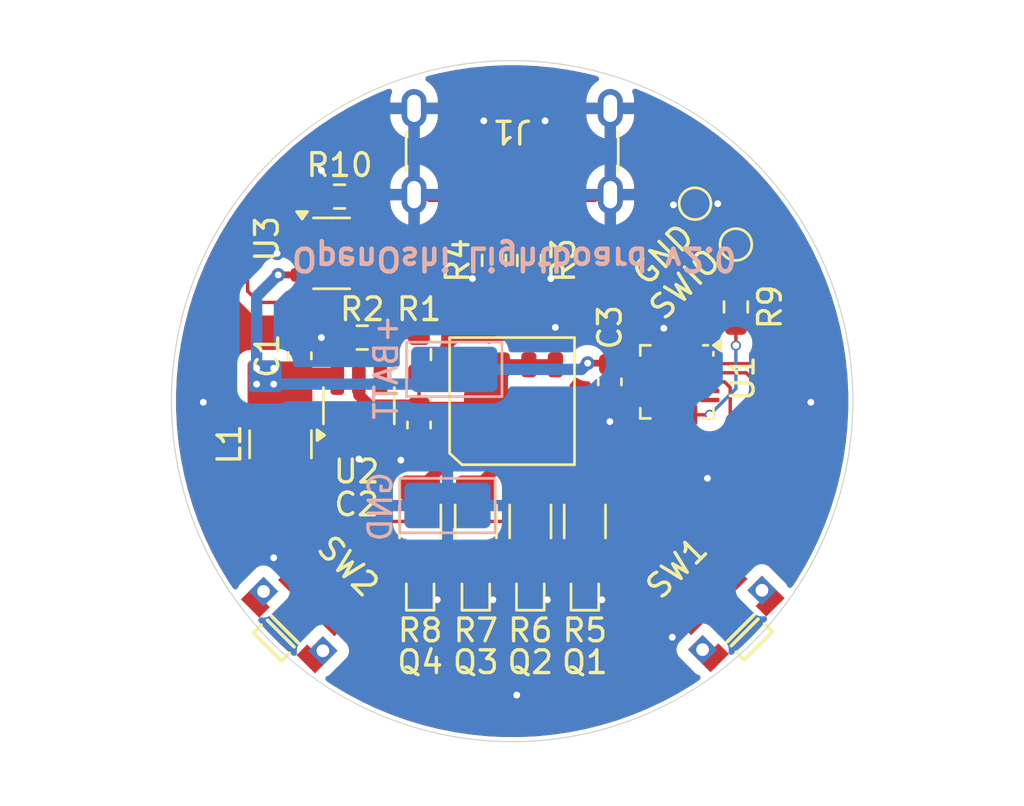
<source format=kicad_pcb>
(kicad_pcb (version 20241229) (generator "pcbnew") (generator_version "9.0")
  (layers (0 "F.Cu" signal) (2 "B.Cu" signal) (13 "F.Paste" user) (15 "B.Paste" user) (5 "F.SilkS" user "F.Silkscreen") (7 "B.SilkS" user "B.Silkscreen") (1 "F.Mask" user) (3 "B.Mask" user) (25 "Edge.Cuts" user))
  (net 0 "")
  (net 1 "/MCU_nRST")
  (net 9 "GND")
  (net 10 "+5V")
  (net 11 "Net-(U2-SW)")
  (net 12 "Net-(U2-V_{FB})")
  (net 13 "/VREG_EN")
  (net 14 "Net-(J1-CC1)")
  (net 15 "Net-(J1-CC2)")
  (net 16 "VBUS")
  (net 17 "/G_RED")
  (net 18 "+BATT")
  (net 19 "/G_GREEN")
  (net 20 "/G_BLUE")
  (net 21 "/G_WHITE")
  (net 22 "/K_RED")
  (net 23 "/K_GREEN")
  (net 24 "/K_BLUE")
  (net 25 "/K_WHITE")
  (net 26 "Net-(Q1-D)")
  (net 27 "Net-(Q2-D)")
  (net 28 "Net-(Q3-D)")
  (net 29 "Net-(Q4-D)")
  (net 30 "Net-(U1-PD1)")
  (net 31 "Net-(U3-PROG)")
  (net 32 "/SW1_DET")
  (net 33 "/SW2_DET")
  (net 34 "/CHG_STAT")
  (net 35 "/SWIO")
  (footprint "Package_TO_SOT_SMD:SOT-23-6" (layer "F.Cu") (at 143.25 100.2 90)
    (property "Reference" "U2" (at -2.9 -0.1 180) (layer "F.SilkS"))
    (property "Value" "TLV61070A")
    (fp_line (start 0 -1.56) (end 0.8 -1.56) (stroke (width 0.12)) (layer "F.SilkS"))
    (fp_line (start 0 -1.56) (end -0.8 -1.56) (stroke (width 0.12)) (layer "F.SilkS"))
    (fp_line (start 0 1.56) (end 0.8 1.56) (stroke (width 0.12)) (layer "F.SilkS"))
    (fp_line (start 0 1.56) (end -0.8 1.56) (stroke (width 0.12)) (layer "F.SilkS"))
    (fp_poly (pts (xy -1.3 -1.51) (xy -1.54 -1.84) (xy -1.06 -1.84)) (stroke (width 0.12)) (fill yes) (layer "F.SilkS"))
    (pad "1" smd roundrect (at -1.1375 -0.95 90) (size 1.325 0.6) (layers "F.Cu" "F.Mask" "F.Paste") (net 11 "Net-(U2-SW)"))
    (pad "2" smd roundrect (at -1.1375 0 90) (size 1.325 0.6) (layers "F.Cu" "F.Mask" "F.Paste") (net 9 "GND"))
    (pad "3" smd roundrect (at -1.1375 0.95 90) (size 1.325 0.6) (layers "F.Cu" "F.Mask" "F.Paste") (net 13 "/VREG_EN"))
    (pad "4" smd roundrect (at 1.1375 0.95 90) (size 1.325 0.6) (layers "F.Cu" "F.Mask" "F.Paste") (net 12 "Net-(U2-V_{FB})"))
    (pad "5" smd roundrect (at 1.1375 0 90) (size 1.325 0.6) (layers "F.Cu" "F.Mask" "F.Paste") (net 10 "+5V"))
    (pad "6" smd roundrect (at 1.1375 -0.95 90) (size 1.325 0.6) (layers "F.Cu" "F.Mask" "F.Paste") (net 18 "+BATT"))
  )
  (footprint "Package_TO_SOT_SMD:SOT-23-5" (layer "F.Cu") (at 142.05 93.4875)
    (property "Reference" "U3" (at -2.85 -0.6375 90) (layer "F.SilkS"))
    (property "Value" "MCP73831-2-OT")
    (fp_line (start 0 -1.56) (end -0.8 -1.56) (stroke (width 0.12)) (layer "F.SilkS"))
    (fp_line (start 0 -1.56) (end 0.8 -1.56) (stroke (width 0.12)) (layer "F.SilkS"))
    (fp_line (start 0 1.56) (end -0.8 1.56) (stroke (width 0.12)) (layer "F.SilkS"))
    (fp_line (start 0 1.56) (end 0.8 1.56) (stroke (width 0.12)) (layer "F.SilkS"))
    (fp_poly (pts (xy -1.3 -1.51) (xy -1.54 -1.84) (xy -1.06 -1.84)) (stroke (width 0.12)) (fill yes) (layer "F.SilkS"))
    (pad "1" smd roundrect (at -1.1375 -0.95) (size 1.325 0.6) (layers "F.Cu" "F.Mask" "F.Paste") (net 34 "/CHG_STAT"))
    (pad "2" smd roundrect (at -1.1375 0) (size 1.325 0.6) (layers "F.Cu" "F.Mask" "F.Paste") (net 9 "GND"))
    (pad "3" smd roundrect (at -1.1375 0.95) (size 1.325 0.6) (layers "F.Cu" "F.Mask" "F.Paste") (net 18 "+BATT"))
    (pad "4" smd roundrect (at 1.1375 0.95) (size 1.325 0.6) (layers "F.Cu" "F.Mask" "F.Paste") (net 16 "VBUS"))
    (pad "5" smd roundrect (at 1.1375 -0.95) (size 1.325 0.6) (layers "F.Cu" "F.Mask" "F.Paste") (net 31 "Net-(U3-PROG)"))
  )
  (footprint "TestPoint:TestPoint_Pad_D1.0mm" (layer "F.Cu") (at 158.05 91.3 135)
    (property "Reference" "TP2" (hide yes))
    (property "Value" "GND" (at -0.601041 -2.58094 225) (layer "F.SilkS"))
    (fp_circle (center 0 0) (end 0 0.7) (stroke (width 0.12)) (fill no) (layer "F.SilkS"))
    (pad "1" smd circle (at 0 0 135) (size 1 1) (layers "F.Cu" "F.Mask") (net 9 "GND"))
  )
  (footprint "Capacitor_SMD:C_0603_1608Metric" (layer "F.Cu") (at 154.3 99.15 90)
    (property "Reference" "C3" (at 2.4 0 90) (layer "F.SilkS"))
    (property "Value" "0.1u")
    (fp_line (start -0.14058 -0.51) (end 0.14058 -0.51) (stroke (width 0.12)) (layer "F.SilkS"))
    (fp_line (start -0.14058 0.51) (end 0.14058 0.51) (stroke (width 0.12)) (layer "F.SilkS"))
    (pad "1" smd roundrect (at -0.775 0 90) (size 0.9 0.95) (layers "F.Cu" "F.Mask" "F.Paste") (net 9 "GND"))
    (pad "2" smd roundrect (at 0.775 0 90) (size 0.9 0.95) (layers "F.Cu" "F.Mask" "F.Paste") (net 18 "+BATT"))
  )
  (footprint "Resistor_SMD:R_1206_3216Metric" (layer "F.Cu") (at 153.2 105.3 -90)
    (property "Reference" "R5" (at 4.8 0 180) (layer "F.SilkS"))
    (property "Value" "12.7")
    (fp_line (start -0.727064 0.91) (end 0.727064 0.91) (stroke (width 0.12)) (layer "F.SilkS"))
    (fp_line (start -0.727064 -0.91) (end 0.727064 -0.91) (stroke (width 0.12)) (layer "F.SilkS"))
    (pad "1" smd roundrect (at -1.4625 0 270) (size 1.125 1.75) (layers "F.Cu" "F.Mask" "F.Paste") (roundrect_rratio 0.222222) (net 24 "/K_BLUE"))
    (pad "2" smd roundrect (at 1.4625 0 270) (size 1.125 1.75) (layers "F.Cu" "F.Mask" "F.Paste") (roundrect_rratio 0.222222) (net 26 "Net-(Q1-D)"))
  )
  (footprint "openoshi-lightboard:SW_EVP-AKE31A_PAN" (layer "F.Cu") (at 140.629092 109.420909 135)
    (property "Reference" "SW2" (at 0 3.040559 315) (layer "F.SilkS"))
    (property "Value" "AKE31A")
    (fp_poly (pts (xy 2.30505 -1.333499) (xy 1.16205 -1.333499) (xy 1.16205 -0.6731) (xy 2.30505 -0.6731)) (fill yes) (layer "F.Cu"))
    (fp_poly (pts (xy -1.16205 -1.333499) (xy -2.30505 -1.333499) (xy -2.30505 -0.6731) (xy -1.16205 -0.6731)) (fill yes) (layer "F.Cu"))
    (fp_line (start 0.8763 -1.9939) (end -0.8763 -1.9939) (stroke (width 0.1524)) (layer "F.SilkS"))
    (fp_line (start 0.8763 -1.503978) (end 0.8763 -1.9939) (stroke (width 0.1524)) (layer "F.SilkS"))
    (fp_line (start 0.82931 -1.1557) (end -0.82931 -1.1557) (stroke (width 0.1524)) (layer "F.SilkS"))
    (fp_line (start -0.8763 -1.9939) (end -0.8763 -1.503978) (stroke (width 0.1524)) (layer "F.SilkS"))
    (fp_line (start -0.82931 -0.9017) (end 0.82931 -0.9017) (stroke (width 0.1524)) (layer "F.SilkS"))
    (pad "1" smd rect (at -1.400175 0.97155 135) (size 0.7112 1.0922) (layers "F.Cu" "F.Mask" "F.Paste") (net 33 "/SW2_DET"))
    (pad "2" smd rect (at 1.400175 0.97155 135) (size 0.7112 1.0922) (layers "F.Cu" "F.Mask" "F.Paste") (net 9 "GND"))
    (pad "3" thru_hole rect (at -1.84785 -0.381 135) (size 0.9144 0.9144) (drill 0.5588) (layers "*.Cu" "*.Mask"))
    (pad "4" thru_hole rect (at 1.84785 -0.381 135) (size 0.9144 0.9144) (drill 0.5588) (layers "*.Cu" "*.Mask"))
    (pad "5" smd rect (at 0 1.12395 135) (size 1.397 1.0922) (layers "F.Cu" "F.Mask" "F.Paste"))
  )
  (footprint "Capacitor_SMD:C_0603_1608Metric" (layer "F.Cu") (at 140.65 98 90)
    (property "Reference" "C1" (at 0 -1.43 90) (layer "F.SilkS"))
    (property "Value" "10u")
    (fp_line (start -0.14058 -0.51) (end 0.14058 -0.51) (stroke (width 0.12)) (layer "F.SilkS"))
    (fp_line (start -0.14058 0.51) (end 0.14058 0.51) (stroke (width 0.12)) (layer "F.SilkS"))
    (pad "1" smd roundrect (at -0.775 0 90) (size 0.9 0.95) (layers "F.Cu" "F.Mask" "F.Paste") (net 18 "+BATT"))
    (pad "2" smd roundrect (at 0.775 0 90) (size 0.9 0.95) (layers "F.Cu" "F.Mask" "F.Paste") (net 9 "GND"))
  )
  (footprint "Resistor_SMD:R_0603_1608Metric" (layer "F.Cu") (at 142.4 90.9875 180)
    (property "Reference" "R10" (at 0 1.3875 0) (layer "F.SilkS"))
    (property "Value" "2K")
    (fp_line (start -0.237258 0.5225) (end 0.237258 0.5225) (stroke (width 0.12)) (layer "F.SilkS"))
    (fp_line (start -0.237258 -0.5225) (end 0.237258 -0.5225) (stroke (width 0.12)) (layer "F.SilkS"))
    (pad "1" smd roundrect (at -0.825 0 180) (size 0.8 0.95) (layers "F.Cu" "F.Mask" "F.Paste") (net 31 "Net-(U3-PROG)"))
    (pad "2" smd roundrect (at 0.825 0 180) (size 0.8 0.95) (layers "F.Cu" "F.Mask" "F.Paste") (net 9 "GND"))
  )
  (footprint "TestPoint:TestPoint_Pad_D1.0mm" (layer "F.Cu") (at 159.85 93.1 135)
    (property "Reference" "TP1" (hide yes))
    (property "Value" "SWIO" (at 0.353553 -2.828427 225) (layer "F.SilkS"))
    (fp_circle (center 0 0) (end 0 0.7) (stroke (width 0.12)) (fill no) (layer "F.SilkS"))
    (pad "1" smd circle (at 0 0 135) (size 1 1) (layers "F.Cu" "F.Mask") (net 35 "/SWIO"))
  )
  (footprint "Connector_USB:USB_C_Receptacle_GCT_USB4125-xx-x_6P_TopMnt_Horizontal" (layer "F.Cu") (at 150 87.9 180)
    (property "Reference" "J1" (at 0 -0.225 180) (layer "F.SilkS"))
    (property "Value" "USB_C_Receptacle_PowerOnly_6P")
    (fp_line (start 4.67 -0.25) (end 4.67 -1.95) (stroke (width 0.12)) (layer "F.SilkS"))
    (fp_line (start -4.67 -0.25) (end -4.67 -1.95) (stroke (width 0.12)) (layer "F.SilkS"))
    (pad "A5" smd roundrect (at -0.5 -3.08 180) (size 0.7 1.2) (layers "F.Cu" "F.Mask" "F.Paste") (net 14 "Net-(J1-CC1)"))
    (pad "A9" smd roundrect (at 1.52 -3.08) (size 0.76 1.2) (layers "F.Cu" "F.Mask" "F.Paste") (net 16 "VBUS"))
    (pad "A12" smd roundrect (at 2.75 -3.08) (size 0.8 1.2) (layers "F.Cu" "F.Mask" "F.Paste") (net 9 "GND"))
    (pad "B5" smd roundrect (at 0.5 -3.08) (size 0.7 1.2) (layers "F.Cu" "F.Mask" "F.Paste") (net 15 "Net-(J1-CC2)"))
    (pad "B9" smd roundrect (at -1.52 -3.08 180) (size 0.76 1.2) (layers "F.Cu" "F.Mask" "F.Paste") (net 16 "VBUS"))
    (pad "B12" smd roundrect (at -2.75 -3.08 180) (size 0.8 1.2) (layers "F.Cu" "F.Mask" "F.Paste") (net 9 "GND"))
    (pad "S1" thru_hole oval (at -4.32 -3 180) (size 1.1 1.7) (drill oval 0.6 1.2) (property pad_prop_heatsink) (layers "*.Cu" "*.Mask" "F.Paste") (net 9 "GND"))
    (pad "S1" thru_hole oval (at -4.32 0.8 180) (size 1.1 1.7) (drill oval 0.6 1.2) (property pad_prop_heatsink) (layers "*.Cu" "*.Mask" "F.Paste") (net 9 "GND"))
    (pad "S1" thru_hole oval (at 4.32 -3 180) (size 1.1 1.7) (drill oval 0.6 1.2) (property pad_prop_heatsink) (layers "*.Cu" "*.Mask" "F.Paste") (net 9 "GND"))
    (pad "S1" thru_hole oval (at 4.32 0.8 180) (size 1.1 1.7) (drill oval 0.6 1.2) (property pad_prop_heatsink) (layers "*.Cu" "*.Mask" "F.Paste") (net 9 "GND"))
  )
  (footprint "Resistor_SMD:R_0603_1608Metric" (layer "F.Cu") (at 150.75 93.8 90)
    (property "Reference" "R3" (at 0 1.5 90) (layer "F.SilkS"))
    (property "Value" "5.1K")
    (fp_line (start -0.237258 -0.5225) (end 0.237258 -0.5225) (stroke (width 0.12)) (layer "F.SilkS"))
    (fp_line (start -0.237258 0.5225) (end 0.237258 0.5225) (stroke (width 0.12)) (layer "F.SilkS"))
    (pad "1" smd roundrect (at -0.825 0 90) (size 0.8 0.95) (layers "F.Cu" "F.Mask" "F.Paste") (net 9 "GND"))
    (pad "2" smd roundrect (at 0.825 0 90) (size 0.8 0.95) (layers "F.Cu" "F.Mask" "F.Paste") (net 14 "Net-(J1-CC1)"))
  )
  (footprint "openoshi-lightboard:SW_EVP-AKE31A_PAN" (layer "F.Cu") (at 159.420909 109.370909 -135)
    (property "Reference" "SW1" (at 0.106066 2.964063 45) (layer "F.SilkS"))
    (property "Value" "AKE31A")
    (fp_poly (pts (xy 2.30505 -1.333499) (xy 1.16205 -1.333499) (xy 1.16205 -0.6731) (xy 2.30505 -0.6731)) (fill yes) (layer "F.Cu"))
    (fp_poly (pts (xy -1.16205 -1.333499) (xy -2.30505 -1.333499) (xy -2.30505 -0.6731) (xy -1.16205 -0.6731)) (fill yes) (layer "F.Cu"))
    (fp_line (start 0.82931 -1.1557) (end -0.82931 -1.1557) (stroke (width 0.1524)) (layer "F.SilkS"))
    (fp_line (start 0.8763 -1.503978) (end 0.8763 -1.9939) (stroke (width 0.1524)) (layer "F.SilkS"))
    (fp_line (start 0.8763 -1.9939) (end -0.8763 -1.9939) (stroke (width 0.1524)) (layer "F.SilkS"))
    (fp_line (start -0.82931 -0.9017) (end 0.82931 -0.9017) (stroke (width 0.1524)) (layer "F.SilkS"))
    (fp_line (start -0.8763 -1.9939) (end -0.8763 -1.503978) (stroke (width 0.1524)) (layer "F.SilkS"))
    (pad "1" smd rect (at -1.400175 0.97155 225) (size 0.7112 1.0922) (layers "F.Cu" "F.Mask" "F.Paste") (net 32 "/SW1_DET"))
    (pad "2" smd rect (at 1.400175 0.97155 225) (size 0.7112 1.0922) (layers "F.Cu" "F.Mask" "F.Paste") (net 9 "GND"))
    (pad "3" thru_hole rect (at -1.84785 -0.381 225) (size 0.9144 0.9144) (drill 0.5588) (layers "*.Cu" "*.Mask"))
    (pad "4" thru_hole rect (at 1.84785 -0.381 225) (size 0.9144 0.9144) (drill 0.5588) (layers "*.Cu" "*.Mask"))
    (pad "5" smd rect (at 0 1.12395 225) (size 1.397 1.0922) (layers "F.Cu" "F.Mask" "F.Paste"))
  )
  (footprint "Package_TO_SOT_SMD:SOT-883" (layer "F.Cu") (at 145.95 108.4 90)
    (property "Reference" "Q4" (at -3.1 0 0) (layer "F.SilkS"))
    (property "Value" "PMZ600UNE")
    (fp_line (start -0.81 -0.61) (end 0.35 -0.61) (stroke (width 0.12)) (layer "F.SilkS"))
    (fp_line (start 0.35 0.61) (end -0.81 0.61) (stroke (width 0.12)) (layer "F.SilkS"))
    (fp_line (start -0.81 0.61) (end -0.81 -0.61) (stroke (width 0.12)) (layer "F.SilkS"))
    (pad "1" smd roundrect (at -0.35 -0.225 90) (size 0.4 0.25) (layers "F.Cu" "F.Mask" "F.Paste") (roundrect_rratio 0.2) (net 21 "/G_WHITE"))
    (pad "2" smd roundrect (at -0.35 0.225 90) (size 0.4 0.25) (layers "F.Cu" "F.Mask" "F.Paste") (roundrect_rratio 0.2) (net 9 "GND"))
    (pad "3" smd roundrect (at 0.35 0 90) (size 0.4 0.7) (layers "F.Cu" "F.Mask" "F.Paste") (roundrect_rratio 0.125) (net 29 "Net-(Q4-D)"))
  )
  (footprint "Resistor_SMD:R_1206_3216Metric" (layer "F.Cu") (at 150.8 105.3 -90)
    (property "Reference" "R6" (at 4.8 0 180) (layer "F.SilkS"))
    (property "Value" "20.0")
    (fp_line (start -0.727064 0.91) (end 0.727064 0.91) (stroke (width 0.12)) (layer "F.SilkS"))
    (fp_line (start -0.727064 -0.91) (end 0.727064 -0.91) (stroke (width 0.12)) (layer "F.SilkS"))
    (pad "1" smd roundrect (at -1.4625 0 270) (size 1.125 1.75) (layers "F.Cu" "F.Mask" "F.Paste") (roundrect_rratio 0.222222) (net 22 "/K_RED"))
    (pad "2" smd roundrect (at 1.4625 0 270) (size 1.125 1.75) (layers "F.Cu" "F.Mask" "F.Paste") (roundrect_rratio 0.222222) (net 27 "Net-(Q2-D)"))
  )
  (footprint "openoshi-lightboard:LED_Lumileds_5052RGBW_LGA9_5.0x5.2mm_P0.5mm" (layer "F.Cu") (at 150.4 98.4 -90)
    (property "Reference" "D1" (hide yes))
    (property "Value" "Lumileds_5052RGBW")
    (fp_line (start 3.895413 3.155) (end -1.2 3.155) (stroke (width 0.12)) (layer "F.SilkS"))
    (fp_line (start 4.4 2.605) (end 3.9 3.15) (stroke (width 0.12)) (layer "F.SilkS"))
    (fp_line (start 4.4 2.605) (end 4.4 -2.345) (stroke (width 0.12)) (layer "F.SilkS"))
    (fp_line (start -1.2 -2.345) (end -1.2 3.15) (stroke (width 0.12)) (layer "F.SilkS"))
    (fp_line (start 4.4 -2.345) (end -1.2 -2.345) (stroke (width 0.12)) (layer "F.SilkS"))
    (pad "1" smd roundrect (at 0 -1.505 270) (size 1.1 0.67) (layers "F.Cu" "F.Mask" "F.Paste") (net 10 "+5V"))
    (pad "2" smd roundrect (at 3.2 -1.505 270) (size 1.1 0.67) (layers "F.Cu" "F.Mask" "F.Paste") (roundrect_rratio 0.2985074627) (net 24 "/K_BLUE"))
    (pad "3" smd roundrect (at 0 -0.335 270) (size 1.1 0.67) (layers "F.Cu" "F.Mask" "F.Paste") (net 10 "+5V"))
    (pad "4" smd roundrect (at 3.2 -0.335 270) (size 1.1 0.67) (layers "F.Cu" "F.Mask" "F.Paste") (roundrect_rratio 0.2985074627) (net 22 "/K_RED"))
    (pad "5" smd roundrect (at 0 0.835 270) (size 1.1 0.67) (layers "F.Cu" "F.Mask" "F.Paste") (roundrect_rratio 0.2985074627) (net 10 "+5V"))
    (pad "6" smd roundrect (at 3.2 0.835 270) (size 1.1 0.67) (layers "F.Cu" "F.Mask" "F.Paste") (roundrect_rratio 0.2985074627) (net 23 "/K_GREEN"))
    (pad "7" smd roundrect (at 0 2.16 270) (size 1.1 0.98) (layers "F.Cu" "F.Mask" "F.Paste") (roundrect_rratio 0.2040816327) (net 10 "+5V"))
    (pad "8" smd roundrect (at 3.2 2.16 270) (size 1.1 0.98) (layers "F.Cu" "F.Mask" "F.Paste") (roundrect_rratio 0.2040816327) (net 25 "/K_WHITE"))
    (pad "9" smd roundrect (at 1.6 0.405 270) (size 1.1 4.24) (layers "F.Cu" "F.Mask" "F.Paste") (net 10 "+5V"))
  )
  (footprint "Package_TO_SOT_SMD:SOT-883" (layer "F.Cu") (at 150.8 108.4 90)
    (property "Reference" "Q2" (at -3.1 0 180) (layer "F.SilkS"))
    (property "Value" "PMZ600UNE")
    (fp_line (start -0.81 -0.61) (end 0.35 -0.61) (stroke (width 0.12)) (layer "F.SilkS"))
    (fp_line (start 0.35 0.61) (end -0.81 0.61) (stroke (width 0.12)) (layer "F.SilkS"))
    (fp_line (start -0.81 0.61) (end -0.81 -0.61) (stroke (width 0.12)) (layer "F.SilkS"))
    (pad "1" smd roundrect (at -0.35 -0.225 90) (size 0.4 0.25) (layers "F.Cu" "F.Mask" "F.Paste") (roundrect_rratio 0.2) (net 17 "/G_RED"))
    (pad "2" smd roundrect (at -0.35 0.225 90) (size 0.4 0.25) (layers "F.Cu" "F.Mask" "F.Paste") (roundrect_rratio 0.2) (net 9 "GND"))
    (pad "3" smd roundrect (at 0.35 0 90) (size 0.4 0.7) (layers "F.Cu" "F.Mask" "F.Paste") (roundrect_rratio 0.125) (net 27 "Net-(Q2-D)"))
  )
  (footprint "Inductor_SMD:L_1210_3225Metric" (layer "F.Cu") (at 139.8 101.9 -90)
    (property "Reference" "L1" (at 0 2.25 90) (layer "F.SilkS"))
    (property "Value" "4.7uH")
    (fp_line (start -0.602064 1.36) (end 0.602064 1.36) (stroke (width 0.12)) (layer "F.SilkS"))
    (fp_line (start -0.602064 -1.36) (end 0.602064 -1.36) (stroke (width 0.12)) (layer "F.SilkS"))
    (pad "1" smd roundrect (at -1.4 0 270) (size 1.25 2.65) (layers "F.Cu" "F.Mask" "F.Paste") (roundrect_rratio 0.2) (net 18 "+BATT"))
    (pad "2" smd roundrect (at 1.4 0 270) (size 1.25 2.65) (layers "F.Cu" "F.Mask" "F.Paste") (roundrect_rratio 0.2) (net 11 "Net-(U2-SW)"))
  )
  (footprint "Capacitor_SMD:C_0603_1608Metric" (layer "F.Cu") (at 145.9 101.05 -90)
    (property "Reference" "C2" (at 3.5 2.75 180) (layer "F.SilkS"))
    (property "Value" "10u")
    (fp_line (start -0.14058 0.51) (end 0.14058 0.51) (stroke (width 0.12)) (layer "F.SilkS"))
    (fp_line (start -0.14058 -0.51) (end 0.14058 -0.51) (stroke (width 0.12)) (layer "F.SilkS"))
    (pad "1" smd roundrect (at -0.775 0 270) (size 0.9 0.95) (layers "F.Cu" "F.Mask" "F.Paste") (net 10 "+5V"))
    (pad "2" smd roundrect (at 0.775 0 270) (size 0.9 0.95) (layers "F.Cu" "F.Mask" "F.Paste") (net 9 "GND"))
  )
  (footprint "Resistor_SMD:R_0603_1608Metric" (layer "F.Cu") (at 145.9 97.95 90)
    (property "Reference" "R1" (at 2 0 180) (layer "F.SilkS"))
    (property "Value" "1Meg")
    (fp_line (start -0.237258 -0.5225) (end 0.237258 -0.5225) (stroke (width 0.12)) (layer "F.SilkS"))
    (fp_line (start -0.237258 0.5225) (end 0.237258 0.5225) (stroke (width 0.12)) (layer "F.SilkS"))
    (pad "1" smd roundrect (at -0.825 0 90) (size 0.8 0.95) (layers "F.Cu" "F.Mask" "F.Paste") (net 10 "+5V"))
    (pad "2" smd roundrect (at 0.825 0 90) (size 0.8 0.95) (layers "F.Cu" "F.Mask" "F.Paste") (net 12 "Net-(U2-V_{FB})"))
  )
  (footprint "Resistor_SMD:R_0603_1608Metric" (layer "F.Cu") (at 159.85 95.85 90)
    (property "Reference" "R9" (at 0 1.5 90) (layer "F.SilkS"))
    (property "Value" "220")
    (fp_line (start -0.237258 -0.5225) (end 0.237258 -0.5225) (stroke (width 0.12)) (layer "F.SilkS"))
    (fp_line (start -0.237258 0.5225) (end 0.237258 0.5225) (stroke (width 0.12)) (layer "F.SilkS"))
    (pad "1" smd roundrect (at -0.825 0 90) (size 0.8 0.95) (layers "F.Cu" "F.Mask" "F.Paste") (net 30 "Net-(U1-PD1)"))
    (pad "2" smd roundrect (at 0.825 0 90) (size 0.8 0.95) (layers "F.Cu" "F.Mask" "F.Paste") (net 35 "/SWIO"))
  )
  (footprint "Resistor_SMD:R_1206_3216Metric" (layer "F.Cu") (at 148.4 105.3 -90)
    (property "Reference" "R7" (at 4.8 0 180) (layer "F.SilkS"))
    (property "Value" "11.3")
    (fp_line (start -0.727064 0.91) (end 0.727064 0.91) (stroke (width 0.12)) (layer "F.SilkS"))
    (fp_line (start -0.727064 -0.91) (end 0.727064 -0.91) (stroke (width 0.12)) (layer "F.SilkS"))
    (pad "1" smd roundrect (at -1.4625 0 270) (size 1.125 1.75) (layers "F.Cu" "F.Mask" "F.Paste") (roundrect_rratio 0.222222) (net 23 "/K_GREEN"))
    (pad "2" smd roundrect (at 1.4625 0 270) (size 1.125 1.75) (layers "F.Cu" "F.Mask" "F.Paste") (roundrect_rratio 0.222222) (net 28 "Net-(Q3-D)"))
  )
  (footprint "Resistor_SMD:R_0603_1608Metric" (layer "F.Cu") (at 149.2 93.8 90)
    (property "Reference" "R4" (at 0 -1.6 90) (layer "F.SilkS"))
    (property "Value" "5.1K")
    (fp_line (start -0.237258 -0.5225) (end 0.237258 -0.5225) (stroke (width 0.12)) (layer "F.SilkS"))
    (fp_line (start -0.237258 0.5225) (end 0.237258 0.5225) (stroke (width 0.12)) (layer "F.SilkS"))
    (pad "1" smd roundrect (at -0.825 0 90) (size 0.8 0.95) (layers "F.Cu" "F.Mask" "F.Paste") (net 9 "GND"))
    (pad "2" smd roundrect (at 0.825 0 90) (size 0.8 0.95) (layers "F.Cu" "F.Mask" "F.Paste") (net 15 "Net-(J1-CC2)"))
  )
  (footprint "Package_TO_SOT_SMD:SOT-883" (layer "F.Cu") (at 148.4 108.4 90)
    (property "Reference" "Q3" (at -3.1 0 180) (layer "F.SilkS"))
    (property "Value" "PMZ600UNE")
    (fp_line (start -0.81 -0.61) (end 0.35 -0.61) (stroke (width 0.12)) (layer "F.SilkS"))
    (fp_line (start 0.35 0.61) (end -0.81 0.61) (stroke (width 0.12)) (layer "F.SilkS"))
    (fp_line (start -0.81 0.61) (end -0.81 -0.61) (stroke (width 0.12)) (layer "F.SilkS"))
    (pad "1" smd roundrect (at -0.35 -0.225 90) (size 0.4 0.25) (layers "F.Cu" "F.Mask" "F.Paste") (roundrect_rratio 0.2) (net 19 "/G_GREEN"))
    (pad "2" smd roundrect (at -0.35 0.225 90) (size 0.4 0.25) (layers "F.Cu" "F.Mask" "F.Paste") (roundrect_rratio 0.2) (net 9 "GND"))
    (pad "3" smd roundrect (at 0.35 0 90) (size 0.4 0.7) (layers "F.Cu" "F.Mask" "F.Paste") (roundrect_rratio 0.125) (net 28 "Net-(Q3-D)"))
  )
  (footprint "Resistor_SMD:R_1206_3216Metric" (layer "F.Cu") (at 145.95 105.3 -90)
    (property "Reference" "R8" (at 4.8 0 180) (layer "F.SilkS"))
    (property "Value" "12.7")
    (fp_line (start -0.727064 0.91) (end 0.727064 0.91) (stroke (width 0.12)) (layer "F.SilkS"))
    (fp_line (start -0.727064 -0.91) (end 0.727064 -0.91) (stroke (width 0.12)) (layer "F.SilkS"))
    (pad "1" smd roundrect (at -1.4625 0 270) (size 1.125 1.75) (layers "F.Cu" "F.Mask" "F.Paste") (roundrect_rratio 0.222222) (net 25 "/K_WHITE"))
    (pad "2" smd roundrect (at 1.4625 0 270) (size 1.125 1.75) (layers "F.Cu" "F.Mask" "F.Paste") (roundrect_rratio 0.222222) (net 29 "Net-(Q4-D)"))
  )
  (footprint "Resistor_SMD:R_0603_1608Metric" (layer "F.Cu") (at 143.4 97.2 180)
    (property "Reference" "R2" (at 0 1.25 0) (layer "F.SilkS"))
    (property "Value" "127K")
    (fp_line (start -0.237258 0.5225) (end 0.237258 0.5225) (stroke (width 0.12)) (layer "F.SilkS"))
    (fp_line (start -0.237258 -0.5225) (end 0.237258 -0.5225) (stroke (width 0.12)) (layer "F.SilkS"))
    (pad "1" smd roundrect (at -0.825 0 180) (size 0.8 0.95) (layers "F.Cu" "F.Mask" "F.Paste") (net 12 "Net-(U2-V_{FB})"))
    (pad "2" smd roundrect (at 0.825 0 180) (size 0.8 0.95) (layers "F.Cu" "F.Mask" "F.Paste") (net 9 "GND"))
  )
  (footprint "Package_TO_SOT_SMD:SOT-883" (layer "F.Cu") (at 153.2 108.4 90)
    (property "Reference" "Q1" (at -3.1 0 180) (layer "F.SilkS"))
    (property "Value" "PMZ600UNE")
    (fp_line (start -0.81 -0.61) (end 0.35 -0.61) (stroke (width 0.12)) (layer "F.SilkS"))
    (fp_line (start 0.35 0.61) (end -0.81 0.61) (stroke (width 0.12)) (layer "F.SilkS"))
    (fp_line (start -0.81 0.61) (end -0.81 -0.61) (stroke (width 0.12)) (layer "F.SilkS"))
    (pad "1" smd roundrect (at -0.35 -0.225 90) (size 0.4 0.25) (layers "F.Cu" "F.Mask" "F.Paste") (roundrect_rratio 0.2) (net 20 "/G_BLUE"))
    (pad "2" smd roundrect (at -0.35 0.225 90) (size 0.4 0.25) (layers "F.Cu" "F.Mask" "F.Paste") (roundrect_rratio 0.2) (net 9 "GND"))
    (pad "3" smd roundrect (at 0.35 0 90) (size 0.4 0.7) (layers "F.Cu" "F.Mask" "F.Paste") (roundrect_rratio 0.125) (net 26 "Net-(Q1-D)"))
  )
  (footprint "Package_DFN_QFN:QFN-20-1EP_3x3mm_P0.4mm_EP1.65x1.65mm" (layer "F.Cu") (at 157.25 99.15 -90)
    (property "Reference" "U1" (at -0.15 -2.9 90) (layer "F.SilkS"))
    (property "Value" "CH32V003FxUx")
    (fp_line (start -1.61 1.61) (end -1.61 1.16) (stroke (width 0.12)) (layer "F.SilkS"))
    (fp_line (start -1.16 1.61) (end -1.61 1.61) (stroke (width 0.12)) (layer "F.SilkS"))
    (fp_line (start 1.16 1.61) (end 1.61 1.61) (stroke (width 0.12)) (layer "F.SilkS"))
    (fp_line (start 1.61 1.61) (end 1.61 1.16) (stroke (width 0.12)) (layer "F.SilkS"))
    (fp_line (start -1.61 -1.16) (end -1.61 -1.37) (stroke (width 0.12)) (layer "F.SilkS"))
    (fp_line (start -1.16 -1.61) (end -1.31 -1.61) (stroke (width 0.12)) (layer "F.SilkS"))
    (fp_line (start 1.16 -1.61) (end 1.61 -1.61) (stroke (width 0.12)) (layer "F.SilkS"))
    (fp_line (start 1.61 -1.61) (end 1.61 -1.16) (stroke (width 0.12)) (layer "F.SilkS"))
    (fp_poly (pts (xy -1.61 -1.61) (xy -1.85 -1.94) (xy -1.37 -1.94)) (stroke (width 0.12)) (fill yes) (layer "F.SilkS"))
    (pad "1" smd roundrect (at -1.45 -0.8 270) (size 0.85 0.2) (layers "F.Cu" "F.Mask" "F.Paste") (net 1 "/MCU_nRST"))
    (pad "2" smd roundrect (at -1.45 -0.4 270) (size 0.85 0.2) (layers "F.Cu" "F.Mask" "F.Paste") (net 34 "/CHG_STAT"))
    (pad "3" smd roundrect (at -1.45 0 270) (size 0.85 0.2) (layers "F.Cu" "F.Mask" "F.Paste") (net 18 "+BATT"))
    (pad "4" smd roundrect (at -1.45 0.4 270) (size 0.85 0.2) (layers "F.Cu" "F.Mask" "F.Paste") (net 9 "GND"))
    (pad "5" smd roundrect (at -1.45 0.8 270) (size 0.85 0.2) (layers "F.Cu" "F.Mask" "F.Paste"))
    (pad "6" smd roundrect (at -0.8 1.45 270) (size 0.2 0.85) (layers "F.Cu" "F.Mask" "F.Paste") (net 18 "+BATT"))
    (pad "7" smd roundrect (at -0.4 1.45 270) (size 0.2 0.85) (layers "F.Cu" "F.Mask" "F.Paste"))
    (pad "8" smd roundrect (at 0 1.45 270) (size 0.2 0.85) (layers "F.Cu" "F.Mask" "F.Paste"))
    (pad "9" smd roundrect (at 0.4 1.45 270) (size 0.2 0.85) (layers "F.Cu" "F.Mask" "F.Paste"))
    (pad "10" smd roundrect (at 0.8 1.45 270) (size 0.2 0.85) (layers "F.Cu" "F.Mask" "F.Paste") (net 13 "/VREG_EN"))
    (pad "11" smd roundrect (at 1.45 0.8 270) (size 0.85 0.2) (layers "F.Cu" "F.Mask" "F.Paste") (net 20 "/G_BLUE"))
    (pad "12" smd roundrect (at 1.45 0.4 270) (size 0.85 0.2) (layers "F.Cu" "F.Mask" "F.Paste") (net 17 "/G_RED"))
    (pad "13" smd roundrect (at 1.45 0 270) (size 0.85 0.2) (layers "F.Cu" "F.Mask" "F.Paste"))
    (pad "14" smd roundrect (at 1.45 -0.4 270) (size 0.85 0.2) (layers "F.Cu" "F.Mask" "F.Paste") (net 19 "/G_GREEN"))
    (pad "15" smd roundrect (at 1.45 -0.8 270) (size 0.85 0.2) (layers "F.Cu" "F.Mask" "F.Paste") (net 30 "Net-(U1-PD1)"))
    (pad "16" smd roundrect (at 0.8 -1.45 270) (size 0.2 0.85) (layers "F.Cu" "F.Mask" "F.Paste"))
    (pad "17" smd roundrect (at 0.4 -1.45 270) (size 0.2 0.85) (layers "F.Cu" "F.Mask" "F.Paste"))
    (pad "18" smd roundrect (at 0 -1.45 270) (size 0.2 0.85) (layers "F.Cu" "F.Mask" "F.Paste") (net 21 "/G_WHITE"))
    (pad "19" smd roundrect (at -0.4 -1.45 270) (size 0.2 0.85) (layers "F.Cu" "F.Mask" "F.Paste") (net 33 "/SW2_DET"))
    (pad "20" smd roundrect (at -0.8 -1.45 270) (size 0.2 0.85) (layers "F.Cu" "F.Mask" "F.Paste") (net 32 "/SW1_DET"))
    (pad "21" smd rect (at 0 0 270) (size 1.65 1.65) (property pad_prop_heatsink) (layers "F.Cu" "F.Mask") (net 9 "GND"))
  )
  (footprint "TestPoint:TestPoint_Keystone_5019_Miniature" (layer "B.Cu") (at 147.15 104.6 180)
    (property "Reference" "TP4")
    (property "Value" "GND" (at 2.95 -0.05 270) (layer "B.SilkS") (effects (justify mirror)))
    (fp_rect (start -2.1 1.2) (end 2.1 -1.2) (stroke (width 0.12)) (fill no) (layer "B.SilkS"))
    (pad "1" smd roundrect (at 0 0 180) (size 3.8 2) (layers "B.Cu" "B.Mask" "B.Paste") (roundrect_rratio 0.125) (net 9 "GND"))
  )
  (footprint "TestPoint:TestPoint_Keystone_5019_Miniature" (layer "B.Cu") (at 147.45 98.6)
    (property "Reference" "TP3")
    (property "Value" "+BATT" (at -3 -0.1 90) (layer "B.SilkS") (effects (justify mirror)))
    (fp_rect (start -2.1 1.2) (end 2.1 -1.2) (stroke (width 0.12)) (fill no) (layer "B.SilkS"))
    (pad "1" smd roundrect (at 0 0) (size 3.8 2) (layers "B.Cu" "B.Mask" "B.Paste") (roundrect_rratio 0.125) (net 18 "+BATT"))
  )
  (gr_circle (center 150 100) (end 165 100) (stroke (width 0.05)) (fill no) (layer "Edge.Cuts"))
  (gr_text "OpenOshi Lightboard v2.0" (at 140.2 93.15 180) (layer "B.SilkS") (effects (font (size 1 1) (thickness 0.2) (bold yes)) (justify left bottom mirror)))
  (segment (start 156.85 97.7) (end 156.85 98.75) (width 0.15) (layer "F.Cu") (net 9))
  (segment (start 139.65 93.4875) (end 140.9125 93.4875) (width 0.3) (layer "F.Cu") (net 9))
  (segment (start 156.85 96.963171) (end 156.675001 96.788172) (width 0.15) (layer "F.Cu") (net 9))
  (segment (start 145.875 101.825) (end 145.1 102.6) (width 0.3) (layer "F.Cu") (net 9))
  (segment (start 156.85 97.7) (end 156.85 96.963171) (width 0.15) (layer "F.Cu") (net 9))
  (segment (start 156.85 98.75) (end 157.25 99.15) (width 0.15) (layer "F.Cu") (net 9))
  (segment (start 148.625 108.75) (end 149.15 108.75) (width 0.2) (layer "F.Cu") (net 9))
  (segment (start 145.9 101.825) (end 145.875 101.825) (width 0.3) (layer "F.Cu") (net 9))
  (segment (start 154.275 99.9) (end 154.3 99.925) (width 0.3) (layer "F.Cu") (net 9))
  (segment (start 151.025 108.75) (end 151.55 108.75) (width 0.2) (layer "F.Cu") (net 9))
  (segment (start 146.175 108.75) (end 146.7 108.75) (width 0.2) (layer "F.Cu") (net 9))
  (segment (start 153.425 108.75) (end 153.95 108.75) (width 0.2) (layer "F.Cu") (net 9))
  (via (at 141.6 97.2) (size 0.6) (drill 0.3) (layers "F.Cu" "B.Cu") (net 9))
  (via (at 139.65 93.4875) (size 0.6) (drill 0.3) (layers "F.Cu" "B.Cu") (net 9))
  (via (at 149.15 108.75) (size 0.6) (drill 0.3) (layers "F.Cu" "B.Cu") (net 9))
  (via (at 150.2 112.95) (size 0.6) (drill 0.3) (layers "F.Cu" "B.Cu") (net 9))
  (via (at 139.5 106.9) (size 0.6) (drill 0.3) (layers "F.Cu" "B.Cu") (net 9))
  (via (at 157.1 91.35) (size 0.6) (drill 0.3) (layers "F.Cu" "B.Cu") (net 9))
  (via (at 153.95 108.75) (size 0.6) (drill 0.3) (layers "F.Cu" "B.Cu") (net 9))
  (via (at 146.7 108.75) (size 0.6) (drill 0.3) (layers "F.Cu" "B.Cu") (net 9))
  (via (at 154.3 100.9) (size 0.6) (drill 0.3) (layers "F.Cu" "B.Cu") (net 9))
  (via (at 151.7 94.6) (size 0.6) (drill 0.3) (layers "F.Cu" "B.Cu") (net 9))
  (via (at 159.05 91.3) (size 0.6) (drill 0.3) (layers "F.Cu" "B.Cu") (net 9))
  (via (at 163.15 100.05) (size 0.6) (drill 0.3) (layers "F.Cu" "B.Cu") (net 9))
  (via (at 158.6 103.4) (size 0.6) (drill 0.3) (layers "F.Cu" "B.Cu") (net 9))
  (via (at 157.05 110.4) (size 0.6) (drill 0.3) (layers "F.Cu" "B.Cu") (net 9))
  (via (at 143.25 102.55) (size 0.6) (drill 0.3) (layers "F.Cu" "B.Cu") (net 9))
  (via (at 148.75 87.65) (size 0.6) (drill 0.3) (layers "F.Cu" "B.Cu") (net 9))
  (via (at 141.6 89.8375) (size 0.6) (drill 0.3) (layers "F.Cu" "B.Cu") (net 9))
  (via (at 145.1 102.6) (size 0.6) (drill 0.3) (layers "F.Cu" "B.Cu") (net 9))
  (via (at 136.4 100.05) (size 0.6) (drill 0.3) (layers "F.Cu" "B.Cu") (net 9))
  (via (at 151.45 87.65) (size 0.6) (drill 0.3) (layers "F.Cu" "B.Cu") (net 9))
  (via (at 148.25 94.6) (size 0.6) (drill 0.3) (layers "F.Cu" "B.Cu") (net 9))
  (via (at 151.9 96.75) (size 0.6) (drill 0.3) (layers "F.Cu" "B.Cu") (net 9))
  (via (at 151.55 108.75) (size 0.6) (drill 0.3) (layers "F.Cu" "B.Cu") (net 9))
  (via (at 156.675001 96.788172) (size 0.6) (drill 0.3) (layers "F.Cu" "B.Cu") (net 9))
  (segment (start 145.9 100.275) (end 149.72 100.275) (width 0.5) (layer "F.Cu") (net 10))
  (segment (start 149.565 98.4) (end 150.735 98.4) (width 0.5) (layer "F.Cu") (net 10))
  (segment (start 143.25 99.724999) (end 143.701001 100.176) (width 0.5) (layer "F.Cu") (net 10))
  (segment (start 143.701001 100.176) (end 145.7135 100.176) (width 0.5) (layer "F.Cu") (net 10))
  (segment (start 149.72 100.275) (end 149.995 100) (width 0.5) (layer "F.Cu") (net 10))
  (segment (start 149.995 100) (end 149.565 99.57) (width 0.5) (layer "F.Cu") (net 10))
  (segment (start 149.565 99.57) (end 149.565 98.4) (width 0.5) (layer "F.Cu") (net 10))
  (segment (start 143.25 99.0625) (end 143.25 99.724999) (width 0.5) (layer "F.Cu") (net 10))
  (segment (start 150.735 98.4) (end 151.905 98.4) (width 0.5) (layer "F.Cu") (net 10))
  (segment (start 145.7135 100.176) (end 145.9 100.3625) (width 0.5) (layer "F.Cu") (net 10))
  (segment (start 148.24 98.4) (end 149.565 98.4) (width 0.5) (layer "F.Cu") (net 10))
  (segment (start 145.9 98.775) (end 145.9 100.275) (width 0.15) (layer "F.Cu") (net 10))
  (segment (start 142.3 101.3375) (end 142.3 101.75) (width 0.5) (layer "F.Cu") (net 11))
  (segment (start 142.3 101.75) (end 140.75 103.3) (width 0.5) (layer "F.Cu") (net 11))
  (segment (start 140.75 103.3) (end 139.8 103.3) (width 0.5) (layer "F.Cu") (net 11))
  (segment (start 144.2 97.225) (end 144.225 97.2) (width 0.15) (layer "F.Cu") (net 12))
  (segment (start 145.825 97.2) (end 145.9 97.125) (width 0.15) (layer "F.Cu") (net 12))
  (segment (start 144.225 97.2) (end 145.825 97.2) (width 0.15) (layer "F.Cu") (net 12))
  (segment (start 144.2 99.0625) (end 144.2 97.225) (width 0.15) (layer "F.Cu") (net 12))
  (segment (start 144.6 105.3) (end 154.45 105.3) (width 0.15) (layer "F.Cu") (net 13))
  (segment (start 144.2 101.3375) (end 144.2 104.9) (width 0.15) (layer "F.Cu") (net 13))
  (segment (start 155.8 103.95) (end 155.8 99.95) (width 0.15) (layer "F.Cu") (net 13))
  (segment (start 144.2 104.9) (end 144.6 105.3) (width 0.15) (layer "F.Cu") (net 13))
  (segment (start 154.45 105.3) (end 155.8 103.95) (width 0.15) (layer "F.Cu") (net 13))
  (segment (start 150.75 92.975) (end 150.5 92.725) (width 0.15) (layer "F.Cu") (net 14))
  (segment (start 150.5 92.725) (end 150.5 90.98) (width 0.15) (layer "F.Cu") (net 14))
  (segment (start 149.5 92.675) (end 149.5 90.98) (width 0.15) (layer "F.Cu") (net 15))
  (segment (start 149.2 92.975) (end 149.5 92.675) (width 0.15) (layer "F.Cu") (net 15))
  (segment (start 151.52 90.38) (end 151.52 90.98) (width 0.5) (layer "F.Cu") (net 16))
  (segment (start 148.931 89.929) (end 151.069 89.929) (width 0.5) (layer "F.Cu") (net 16))
  (segment (start 151.069 89.929) (end 151.52 90.38) (width 0.5) (layer "F.Cu") (net 16))
  (segment (start 148.48 90.98) (end 148.48 91.58) (width 0.5) (layer "F.Cu") (net 16))
  (segment (start 143.1875 94.4375) (end 143.5 94.4375) (width 0.3) (layer "F.Cu") (net 16))
  (segment (start 148.48 90.38) (end 148.931 89.929) (width 0.5) (layer "F.Cu") (net 16))
  (segment (start 151.52 90.98) (end 151.52 91.276196) (width 0.5) (layer "F.Cu") (net 16))
  (segment (start 143.6 94.4375) (end 143.5 94.4375) (width 0.5) (layer "F.Cu") (net 16))
  (segment (start 145.6225 94.4375) (end 143.1875 94.4375) (width 0.5) (layer "F.Cu") (net 16))
  (segment (start 148.48 91.58) (end 145.6225 94.4375) (width 0.5) (layer "F.Cu") (net 16))
  (segment (start 148.48 90.98) (end 148.48 90.38) (width 0.5) (layer "F.Cu") (net 16))
  (segment (start 154.35 109.7) (end 156.85 107.2) (width 0.15) (layer "F.Cu") (net 17))
  (segment (start 150.575 109.175) (end 151.1 109.7) (width 0.15) (layer "F.Cu") (net 17))
  (segment (start 151.1 109.7) (end 154.35 109.7) (width 0.15) (layer "F.Cu") (net 17))
  (segment (start 150.575 108.75) (end 150.575 109.175) (width 0.15) (layer "F.Cu") (net 17))
  (segment (start 156.85 107.2) (end 156.85 100.6) (width 0.15) (layer "F.Cu") (net 17))
  (segment (start 156.25 96.2) (end 155.8 96.65) (width 0.15) (layer "F.Cu") (net 18))
  (segment (start 140.65 98.775) (end 142.0125 98.775) (width 0.5) (layer "F.Cu") (net 18))
  (segment (start 157.25 96.446353) (end 157.003647 96.2) (width 0.15) (layer "F.Cu") (net 18))
  (segment (start 155.8 96.65) (end 155.8 98.35) (width 0.15) (layer "F.Cu") (net 18))
  (segment (start 155.8 98.35) (end 154.325 98.35) (width 0.15) (layer "F.Cu") (net 18))
  (segment (start 140.65 98.775) (end 140.65 100.3) (width 0.5) (layer "F.Cu") (net 18))
  (segment (start 157.25 97.7) (end 157.25 96.446353) (width 0.15) (layer "F.Cu") (net 18))
  (segment (start 154.325 98.35) (end 154.3 98.325) (width 0.15) (layer "F.Cu") (net 18))
  (segment (start 153.325 98.325) (end 154.3 98.325) (width 0.3) (layer "F.Cu") (net 18))
  (segment (start 139.7 94.4375) (end 140.9125 94.4375) (width 0.3) (layer "F.Cu") (net 18))
  (segment (start 142.0125 98.775) (end 142.3 99.0625) (width 0.5) (layer "F.Cu") (net 18))
  (segment (start 157.003647 96.2) (end 156.25 96.2) (width 0.15) (layer "F.Cu") (net 18))
  (via (at 139.5 99.25) (size 0.6) (drill 0.3) (layers "F.Cu" "B.Cu") (net 18))
  (via (at 139.5 98.55) (size 0.6) (drill 0.3) (layers "F.Cu" "B.Cu") (net 18))
  (via (at 138.75 98.55) (size 0.6) (drill 0.3) (layers "F.Cu" "B.Cu") (net 18))
  (via (at 139.7 94.4375) (size 0.6) (drill 0.3) (layers "F.Cu" "B.Cu") (net 18))
  (via (at 138.75 99.25) (size 0.6) (drill 0.3) (layers "F.Cu" "B.Cu") (net 18))
  (via (at 153.325 98.325) (size 0.6) (drill 0.3) (layers "F.Cu" "B.Cu") (net 18))
  (segment (start 146.8 99.25) (end 147.45 98.6) (width 0.5) (layer "B.Cu") (net 18))
  (segment (start 138.75 98.55) (end 138.75 95.3875) (width 0.5) (layer "B.Cu") (net 18))
  (segment (start 153.05 98.6) (end 153.325 98.325) (width 0.5) (layer "B.Cu") (net 18))
  (segment (start 139.5 99.25) (end 146.8 99.25) (width 0.5) (layer "B.Cu") (net 18))
  (segment (start 138.75 95.3875) (end 139.7 94.4375) (width 0.5) (layer "B.Cu") (net 18))
  (segment (start 147.45 98.6) (end 153.05 98.6) (width 0.5) (layer "B.Cu") (net 18))
  (segment (start 157.65 106.9) (end 157.65 100.6) (width 0.15) (layer "F.Cu") (net 19))
  (segment (start 154.5 110.05) (end 157.65 106.9) (width 0.15) (layer "F.Cu") (net 19))
  (segment (start 148.175 108.75) (end 148.175 109.175) (width 0.15) (layer "F.Cu") (net 19))
  (segment (start 149.05 110.05) (end 154.5 110.05) (width 0.15) (layer "F.Cu") (net 19))
  (segment (start 148.175 109.175) (end 149.05 110.05) (width 0.15) (layer "F.Cu") (net 19))
  (segment (start 152.975 109.175) (end 153.149 109.349) (width 0.15) (layer "F.Cu") (net 20))
  (segment (start 154.201 109.349) (end 156.45 107.1) (width 0.15) (layer "F.Cu") (net 20))
  (segment (start 153.149 109.349) (end 154.201 109.349) (width 0.15) (layer "F.Cu") (net 20))
  (segment (start 156.45 107.1) (end 156.45 100.6) (width 0.15) (layer "F.Cu") (net 20))
  (segment (start 152.975 108.75) (end 152.975 109.175) (width 0.15) (layer "F.Cu") (net 20))
  (segment (start 145.725 109.175) (end 146.95 110.4) (width 0.15) (layer "F.Cu") (net 21))
  (segment (start 154.65 110.4) (end 159.6 105.45) (width 0.15) (layer "F.Cu") (net 21))
  (segment (start 159.35 99.15) (end 158.7 99.15) (width 0.15) (layer "F.Cu") (net 21))
  (segment (start 145.725 108.75) (end 145.725 109.175) (width 0.15) (layer "F.Cu") (net 21))
  (segment (start 159.6 99.4) (end 159.35 99.15) (width 0.15) (layer "F.Cu") (net 21))
  (segment (start 159.6 105.45) (end 159.6 99.4) (width 0.15) (layer "F.Cu") (net 21))
  (segment (start 146.95 110.4) (end 154.65 110.4) (width 0.15) (layer "F.Cu") (net 21))
  (segment (start 150.735 103.7725) (end 150.8 103.8375) (width 0.5) (layer "F.Cu") (net 22))
  (segment (start 150.735 101.6) (end 150.735 103.7725) (width 0.5) (layer "F.Cu") (net 22))
  (segment (start 149.565 102.6725) (end 148.4 103.8375) (width 0.5) (layer "F.Cu") (net 23))
  (segment (start 149.565 101.6) (end 149.565 102.6725) (width 0.5) (layer "F.Cu") (net 23))
  (segment (start 151.905 101.6) (end 151.905 102.5425) (width 0.5) (layer "F.Cu") (net 24))
  (segment (start 151.905 102.5425) (end 153.2 103.8375) (width 0.5) (layer "F.Cu") (net 24))
  (segment (start 148.1875 101.6) (end 145.95 103.8375) (width 0.5) (layer "F.Cu") (net 25))
  (segment (start 148.24 101.6) (end 148.1875 101.6) (width 0.5) (layer "F.Cu") (net 25))
  (segment (start 153.2 108.05) (end 153.2 106.7625) (width 0.3) (layer "F.Cu") (net 26))
  (segment (start 150.8 108.05) (end 150.8 106.7625) (width 0.3) (layer "F.Cu") (net 27))
  (segment (start 148.4 106.7625) (end 148.4 108.05) (width 0.3) (layer "F.Cu") (net 28))
  (segment (start 145.95 108.05) (end 145.95 106.7625) (width 0.3) (layer "F.Cu") (net 29))
  (segment (start 159.85 97.55) (end 159.85 96.675) (width 0.15) (layer "F.Cu") (net 30))
  (segment (start 158.05 100.6) (end 158.7 100.6) (width 0.15) (layer "F.Cu") (net 30))
  (via (at 158.7 100.6) (size 0.45) (drill 0.3) (layers "F.Cu" "B.Cu") (net 30))
  (via (at 159.85 97.55) (size 0.45) (drill 0.3) (layers "F.Cu" "B.Cu") (net 30))
  (segment (start 159.85 99.45) (end 159.85 97.55) (width 0.15) (layer "B.Cu") (net 30))
  (segment (start 158.7 100.6) (end 159.85 99.45) (width 0.15) (layer "B.Cu") (net 30))
  (segment (start 143.1875 91.025) (end 143.225 90.9875) (width 0.15) (layer "F.Cu") (net 31))
  (segment (start 143.1875 92.5375) (end 143.1875 91.025) (width 0.15) (layer "F.Cu") (net 31))
  (segment (start 159.723993 107.693846) (end 161.15 106.267839) (width 0.15) (layer "F.Cu") (net 32))
  (segment (start 161.15 106.267839) (end 161.15 98.7) (width 0.15) (layer "F.Cu") (net 32))
  (segment (start 161.15 98.7) (end 160.8 98.35) (width 0.15) (layer "F.Cu") (net 32))
  (segment (start 160.8 98.35) (end 158.7 98.35) (width 0.15) (layer "F.Cu") (net 32))
  (segment (start 143.633162 111.051) (end 154.799 111.051) (width 0.15) (layer "F.Cu") (net 33))
  (segment (start 160.55 105.3) (end 160.55 99) (width 0.15) (layer "F.Cu") (net 33))
  (segment (start 142.306155 109.723993) (end 143.633162 111.051) (width 0.15) (layer "F.Cu") (net 33))
  (segment (start 160.3 98.75) (end 158.7 98.75) (width 0.15) (layer "F.Cu") (net 33))
  (segment (start 160.55 99) (end 160.3 98.75) (width 0.15) (layer "F.Cu") (net 33))
  (segment (start 154.799 111.051) (end 160.55 105.3) (width 0.15) (layer "F.Cu") (net 33))
  (segment (start 138.35 93.25) (end 138.35 95.15) (width 0.15) (layer "F.Cu") (net 34))
  (segment (start 138.85 95.65) (end 157.35 95.65) (width 0.15) (layer "F.Cu") (net 34))
  (segment (start 157.65 95.95) (end 157.65 97.7) (width 0.15) (layer "F.Cu") (net 34))
  (segment (start 140.9125 92.5375) (end 139.0625 92.5375) (width 0.15) (layer "F.Cu") (net 34))
  (segment (start 157.35 95.65) (end 157.65 95.95) (width 0.15) (layer "F.Cu") (net 34))
  (segment (start 138.35 95.15) (end 138.85 95.65) (width 0.15) (layer "F.Cu") (net 34))
  (segment (start 140.55 92.5375) (end 140.9125 92.5375) (width 0.15) (layer "F.Cu") (net 34))
  (segment (start 139.0625 92.5375) (end 138.35 93.25) (width 0.15) (layer "F.Cu") (net 34))
  (segment (start 159.85 95.025) (end 159.85 93.1) (width 0.15) (layer "F.Cu") (net 35))
  (zone (net 18) (net_name "+BATT") (layer "F.Cu") (priority 1) (connect_pads yes (clearance 0.5)) (min_thickness 0.25) (fill yes (thermal_gap 0.5) (thermal_bridge_width 0.5))
    (polygon (pts (xy 141.2 98.25) (xy 141.2 101.25) (xy 138.35 101.25) (xy 138.35 98.25)))
  )
  (zone (net 0) (net_name "") (layer "F.Cu") (name "Block islands") (connect_pads yes (clearance 0)) (min_thickness 0.25)
    (keepout (tracks allowed) (vias allowed) (pads allowed) (copperpour not_allowed) (footprints allowed))
    (fill (thermal_gap 0.5) (thermal_bridge_width 0.5))
    (polygon (pts (xy 146.1 104.85) (xy 156.45 104.6) (xy 156.2 109.55) (xy 146.55 110.1)))
  )
  (zone (net 9) (net_name "GND") (layers "F.Cu" "B.Cu") (connect_pads (clearance 0.5)) (min_thickness 0.25) (fill yes (thermal_gap 0.5) (thermal_bridge_width 0.5))
    (polygon (pts (xy 132.424589 82.547656) (xy 167.974589 82.547656) (xy 168.074589 117.847656) (xy 132.724589 117.697656)))
  )
  (zone (net 18) (net_name "+BATT") (layer "B.Cu") (priority 2) (connect_pads yes (clearance 0.5)) (min_thickness 0.25) (fill yes (thermal_gap 0.5) (thermal_bridge_width 0.5))
    (polygon (pts (xy 139.85 98.2) (xy 139.85 99.6) (xy 138.4 99.6) (xy 138.4 98.2)))
  )
)
</source>
